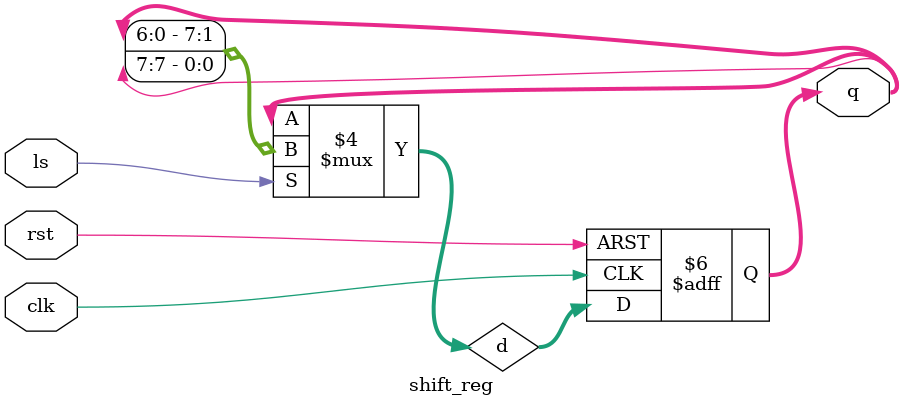
<source format=v>
`timescale 1ns / 1ps

module shift_reg(
    input clk,
    input rst,
    input ls,
    output reg [7:0] q
    );

reg [7:0] d;

always @(posedge clk, posedge rst)
    if(rst) q <= 8'b1111_1110;
    else q <= d;

always @(*)
    if(ls) d = {q[6:0], q[7]};
    else d = q;

endmodule

</source>
